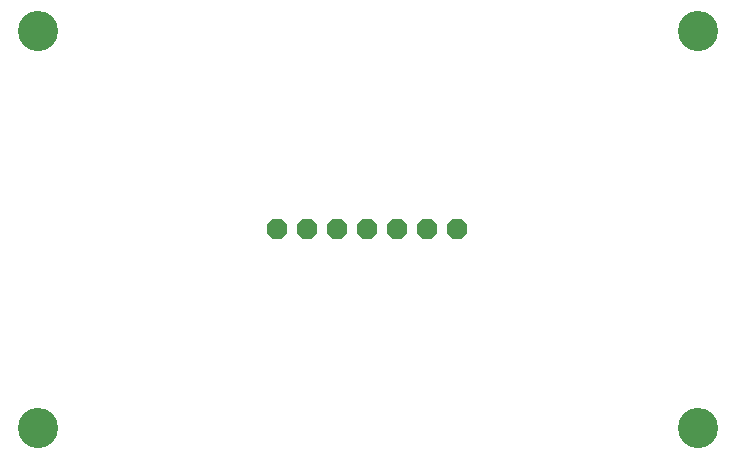
<source format=gbr>
G04 EAGLE Gerber RS-274X export*
G75*
%MOMM*%
%FSLAX34Y34*%
%LPD*%
%INSoldermask Bottom*%
%IPPOS*%
%AMOC8*
5,1,8,0,0,1.08239X$1,22.5*%
G01*
%ADD10C,3.403200*%
%ADD11P,1.852186X8X22.500000*%


D10*
X75000Y366500D03*
X75000Y30000D03*
X633800Y366500D03*
X633800Y30000D03*
D11*
X277800Y198250D03*
X303200Y198250D03*
X328600Y198250D03*
X354000Y198250D03*
X379400Y198250D03*
X404800Y198250D03*
X430200Y198250D03*
M02*

</source>
